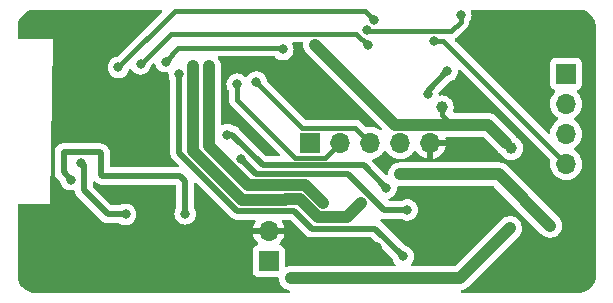
<source format=gbr>
G04 #@! TF.GenerationSoftware,KiCad,Pcbnew,(6.0.4)*
G04 #@! TF.CreationDate,2022-05-02T12:08:19+02:00*
G04 #@! TF.ProjectId,Support-Board-for-TS3008,53757070-6f72-4742-9d42-6f6172642d66,rev?*
G04 #@! TF.SameCoordinates,Original*
G04 #@! TF.FileFunction,Copper,L2,Bot*
G04 #@! TF.FilePolarity,Positive*
%FSLAX46Y46*%
G04 Gerber Fmt 4.6, Leading zero omitted, Abs format (unit mm)*
G04 Created by KiCad (PCBNEW (6.0.4)) date 2022-05-02 12:08:19*
%MOMM*%
%LPD*%
G01*
G04 APERTURE LIST*
G04 #@! TA.AperFunction,ComponentPad*
%ADD10R,1.700000X1.700000*%
G04 #@! TD*
G04 #@! TA.AperFunction,ComponentPad*
%ADD11O,1.700000X1.700000*%
G04 #@! TD*
G04 #@! TA.AperFunction,ViaPad*
%ADD12C,0.800000*%
G04 #@! TD*
G04 #@! TA.AperFunction,ViaPad*
%ADD13C,1.000000*%
G04 #@! TD*
G04 #@! TA.AperFunction,Conductor*
%ADD14C,0.400000*%
G04 #@! TD*
G04 #@! TA.AperFunction,Conductor*
%ADD15C,0.500000*%
G04 #@! TD*
G04 #@! TA.AperFunction,Conductor*
%ADD16C,1.000000*%
G04 #@! TD*
G04 APERTURE END LIST*
D10*
X121950000Y-65950000D03*
D11*
X121950000Y-68490000D03*
X121950000Y-71030000D03*
X121950000Y-73570000D03*
D10*
X100275000Y-71800000D03*
D11*
X102815000Y-71800000D03*
X105355000Y-71800000D03*
X107895000Y-71800000D03*
X110435000Y-71800000D03*
X96774000Y-79253000D03*
D10*
X96774000Y-81793000D03*
D12*
X112776000Y-79248000D03*
X108966000Y-78994000D03*
X110744000Y-78994000D03*
X122174000Y-78232000D03*
X121666000Y-76962000D03*
X122936000Y-83566000D03*
X120396000Y-83566000D03*
X118110000Y-83566000D03*
X115824000Y-83566000D03*
X83058000Y-69342000D03*
X81534000Y-67818000D03*
X86360000Y-72898000D03*
X84328000Y-72644000D03*
X83566000Y-71120000D03*
X81026000Y-70612000D03*
X79502000Y-69342000D03*
X79502000Y-67310000D03*
X90678000Y-83312000D03*
X90678000Y-82042000D03*
X80518000Y-82296000D03*
X85344000Y-82296000D03*
X105950000Y-80610000D03*
X107320000Y-78840000D03*
X87890000Y-67580000D03*
X94110000Y-66820000D03*
X95730000Y-66660000D03*
D13*
X111420000Y-68790000D03*
X117310000Y-72240000D03*
X100710000Y-63470000D03*
D12*
X110730000Y-63139500D03*
D13*
X120610000Y-78810000D03*
X107870000Y-74460000D03*
X100850000Y-67290000D03*
D12*
X105670000Y-61360000D03*
X105170000Y-63510000D03*
X97970000Y-63890000D03*
X88040000Y-64910000D03*
X84050000Y-65400000D03*
X85920000Y-65100000D03*
X113030000Y-60960000D03*
X105060332Y-62269668D03*
X79502000Y-65278000D03*
X94400000Y-73150000D03*
X93250000Y-71100000D03*
X108500000Y-77475000D03*
X106725000Y-75600000D03*
X110236000Y-67684989D03*
X111900000Y-65700000D03*
D13*
X98650000Y-83250000D03*
X117200000Y-79000000D03*
D12*
X94273930Y-65473930D03*
X89200000Y-66000000D03*
D13*
X91700000Y-65300000D03*
X90375030Y-65275030D03*
D12*
X80000000Y-74900000D03*
X89700000Y-77800000D03*
X80900000Y-73500000D03*
X84650000Y-77850000D03*
D13*
X104600000Y-76900000D03*
X101400000Y-76900000D03*
D12*
X108150000Y-81400000D03*
X112546250Y-80503750D03*
D14*
X113030000Y-60960000D02*
X113030000Y-61530000D01*
X105130664Y-62340000D02*
X105060332Y-62269668D01*
X113030000Y-61530000D02*
X112220000Y-62340000D01*
X112220000Y-62340000D02*
X105130664Y-62340000D01*
D15*
X110236000Y-67684989D02*
X110236000Y-67364000D01*
X110236000Y-67364000D02*
X111900000Y-65700000D01*
X93250000Y-71100000D02*
X93700000Y-71100000D01*
X93700000Y-71100000D02*
X96299031Y-73699031D01*
X96299031Y-73699031D02*
X104824031Y-73699031D01*
X104824031Y-73699031D02*
X106725000Y-75600000D01*
D16*
X112950000Y-83250000D02*
X117200000Y-79000000D01*
X98650000Y-83250000D02*
X112950000Y-83250000D01*
D14*
X94110000Y-66820000D02*
X94110000Y-68134022D01*
X94110000Y-68134022D02*
X99025489Y-73049511D01*
X99025489Y-73049511D02*
X101565489Y-73049511D01*
X101565489Y-73049511D02*
X102815000Y-71800000D01*
X95730000Y-66660000D02*
X99620489Y-70550489D01*
X99620489Y-70550489D02*
X104105489Y-70550489D01*
X104105489Y-70550489D02*
X105355000Y-71800000D01*
D16*
X107490489Y-70250489D02*
X112250489Y-70250489D01*
X112250489Y-70250489D02*
X115310489Y-70250489D01*
D14*
X111420000Y-68790000D02*
X111420000Y-69420000D01*
X111420000Y-69420000D02*
X112250489Y-70250489D01*
D16*
X115310489Y-70250489D02*
X116850000Y-71790000D01*
X100710000Y-63470000D02*
X107490489Y-70250489D01*
D14*
X97820000Y-63740000D02*
X89100000Y-63740000D01*
X97970000Y-63890000D02*
X97820000Y-63740000D01*
X89100000Y-63740000D02*
X88574490Y-64265510D01*
X88574490Y-64265510D02*
X88574490Y-64375510D01*
X110730000Y-63139500D02*
X111519500Y-63139500D01*
X111519500Y-63139500D02*
X121950000Y-73570000D01*
D16*
X107870000Y-74460000D02*
X116260000Y-74460000D01*
X116260000Y-74460000D02*
X120610000Y-78810000D01*
D14*
X84050000Y-65400000D02*
X88819511Y-60630489D01*
X88819511Y-60630489D02*
X104940489Y-60630489D01*
X104940489Y-60630489D02*
X105670000Y-61360000D01*
X105170000Y-63510000D02*
X104200000Y-62540000D01*
X104200000Y-62540000D02*
X88480000Y-62540000D01*
X88480000Y-62540000D02*
X85920000Y-65100000D01*
X88574490Y-64375510D02*
X88040000Y-64910000D01*
D15*
X108500000Y-77475000D02*
X106517824Y-77475000D01*
X106517824Y-77475000D02*
X103469264Y-74426440D01*
X97291535Y-74451440D02*
X95701440Y-74451440D01*
X103469264Y-74426440D02*
X97316535Y-74426440D01*
X95701440Y-74451440D02*
X94400000Y-73150000D01*
X97316535Y-74426440D02*
X97291535Y-74451440D01*
D16*
X101400000Y-76900000D02*
X99875959Y-75375960D01*
X91700000Y-72100000D02*
X91700000Y-65300000D01*
X99875959Y-75375960D02*
X97709839Y-75375960D01*
X97709839Y-75375960D02*
X97684839Y-75400960D01*
X97684839Y-75400960D02*
X95000960Y-75400960D01*
X95000960Y-75400960D02*
X91700000Y-72100000D01*
X104600000Y-76900000D02*
X103400480Y-78099520D01*
X99379102Y-76575480D02*
X98206696Y-76575480D01*
X103400480Y-78099520D02*
X100903142Y-78099520D01*
X100903142Y-78099520D02*
X99379102Y-76575480D01*
X98206696Y-76575480D02*
X98181696Y-76600480D01*
X98181696Y-76600480D02*
X94504102Y-76600480D01*
X94504102Y-76600480D02*
X90375030Y-72471408D01*
X90375030Y-72471408D02*
X90375030Y-65275030D01*
D15*
X108150000Y-81400000D02*
X105799040Y-79049040D01*
X98925000Y-77525000D02*
X98600000Y-77525000D01*
X105799040Y-79049040D02*
X100449040Y-79049040D01*
X100449040Y-79049040D02*
X98925000Y-77525000D01*
X98600000Y-77525000D02*
X98575000Y-77550000D01*
X94110798Y-77550000D02*
X89200000Y-72639202D01*
X98575000Y-77550000D02*
X94110798Y-77550000D01*
X89200000Y-72639202D02*
X89200000Y-66000000D01*
X82600000Y-74500000D02*
X82700000Y-74600000D01*
X89700000Y-75000000D02*
X89700000Y-77800000D01*
X82500000Y-72600000D02*
X82600000Y-72700000D01*
X82600000Y-72700000D02*
X82600000Y-74500000D01*
X82700000Y-74600000D02*
X89300000Y-74600000D01*
X79400000Y-72600000D02*
X82500000Y-72600000D01*
X79400000Y-74300000D02*
X79400000Y-72600000D01*
X89300000Y-74600000D02*
X89700000Y-75000000D01*
X80900000Y-73500000D02*
X81105954Y-73705954D01*
X83150000Y-77850000D02*
X84650000Y-77850000D01*
X81105954Y-73705954D02*
X81105954Y-75805954D01*
X81105954Y-75805954D02*
X83150000Y-77850000D01*
X79400000Y-74300000D02*
X80000000Y-74900000D01*
G04 #@! TA.AperFunction,Conductor*
G36*
X122970018Y-60510000D02*
G01*
X122984851Y-60512310D01*
X122984855Y-60512310D01*
X122993724Y-60513691D01*
X123008981Y-60511696D01*
X123034302Y-60510953D01*
X123203285Y-60523039D01*
X123221064Y-60525596D01*
X123411392Y-60566999D01*
X123428641Y-60572063D01*
X123611150Y-60640136D01*
X123627502Y-60647604D01*
X123798458Y-60740952D01*
X123813582Y-60750672D01*
X123969514Y-60867402D01*
X123983100Y-60879175D01*
X124120825Y-61016900D01*
X124132598Y-61030486D01*
X124249328Y-61186418D01*
X124259048Y-61201542D01*
X124352396Y-61372498D01*
X124359864Y-61388850D01*
X124427937Y-61571359D01*
X124433001Y-61588607D01*
X124474404Y-61778936D01*
X124476961Y-61796715D01*
X124488540Y-61958601D01*
X124487793Y-61976565D01*
X124487692Y-61984845D01*
X124486309Y-61993724D01*
X124488136Y-62007693D01*
X124490436Y-62025283D01*
X124491500Y-62041621D01*
X124491500Y-82950633D01*
X124490000Y-82970018D01*
X124487690Y-82984851D01*
X124487690Y-82984855D01*
X124486309Y-82993724D01*
X124488136Y-83007693D01*
X124488304Y-83008976D01*
X124489047Y-83034302D01*
X124479235Y-83171502D01*
X124476962Y-83203279D01*
X124474404Y-83221064D01*
X124448912Y-83338250D01*
X124433001Y-83411392D01*
X124427937Y-83428641D01*
X124359864Y-83611150D01*
X124352396Y-83627502D01*
X124259048Y-83798458D01*
X124249328Y-83813582D01*
X124132598Y-83969514D01*
X124120825Y-83983100D01*
X123983100Y-84120825D01*
X123969514Y-84132598D01*
X123813582Y-84249328D01*
X123798458Y-84259048D01*
X123627502Y-84352396D01*
X123611150Y-84359864D01*
X123428641Y-84427937D01*
X123411393Y-84433001D01*
X123221064Y-84474404D01*
X123203285Y-84476961D01*
X123041395Y-84488540D01*
X123023435Y-84487793D01*
X123015155Y-84487692D01*
X123006276Y-84486309D01*
X122974714Y-84490436D01*
X122958379Y-84491500D01*
X113179221Y-84491500D01*
X113111100Y-84471498D01*
X113064607Y-84417842D01*
X113054503Y-84347568D01*
X113083997Y-84282988D01*
X113143723Y-84244604D01*
X113145209Y-84244239D01*
X113146833Y-84244080D01*
X113235834Y-84217209D01*
X113236967Y-84216874D01*
X113320414Y-84192630D01*
X113320418Y-84192628D01*
X113326336Y-84190909D01*
X113331068Y-84188456D01*
X113336169Y-84186916D01*
X113346481Y-84181433D01*
X113418260Y-84143269D01*
X113419426Y-84142657D01*
X113496453Y-84102729D01*
X113501926Y-84099892D01*
X113506089Y-84096569D01*
X113510796Y-84094066D01*
X113582918Y-84035245D01*
X113583774Y-84034554D01*
X113622973Y-84003262D01*
X113625477Y-84000758D01*
X113626195Y-84000116D01*
X113630528Y-83996415D01*
X113664062Y-83969065D01*
X113669094Y-83962983D01*
X113693287Y-83933738D01*
X113701277Y-83924958D01*
X117863797Y-79762437D01*
X117875309Y-79752251D01*
X117898847Y-79733861D01*
X117936687Y-79690023D01*
X117942959Y-79683275D01*
X117948309Y-79677925D01*
X117970559Y-79650838D01*
X117972477Y-79648559D01*
X118028078Y-79584145D01*
X118031124Y-79578783D01*
X118034674Y-79573751D01*
X118034930Y-79573932D01*
X118035023Y-79573796D01*
X118034763Y-79573622D01*
X118038190Y-79568503D01*
X118042103Y-79563739D01*
X118082280Y-79488808D01*
X118083765Y-79486119D01*
X118122725Y-79417537D01*
X118125769Y-79412179D01*
X118127714Y-79406331D01*
X118130220Y-79400704D01*
X118130505Y-79400831D01*
X118130571Y-79400678D01*
X118130283Y-79400558D01*
X118132653Y-79394865D01*
X118135563Y-79389437D01*
X118137365Y-79383544D01*
X118160421Y-79308133D01*
X118161356Y-79305202D01*
X118186252Y-79230361D01*
X118186253Y-79230358D01*
X118188197Y-79224513D01*
X118188970Y-79218396D01*
X118190333Y-79212394D01*
X118190638Y-79212463D01*
X118190673Y-79212299D01*
X118190368Y-79212237D01*
X118191587Y-79206194D01*
X118193388Y-79200302D01*
X118201983Y-79115680D01*
X118202332Y-79112620D01*
X118203654Y-79102158D01*
X118212985Y-79028295D01*
X118213324Y-79004032D01*
X118213374Y-79003537D01*
X118213336Y-79003137D01*
X118213380Y-79000000D01*
X118203919Y-78903506D01*
X118200811Y-78870626D01*
X118195317Y-78812505D01*
X118195316Y-78812501D01*
X118194762Y-78806638D01*
X118194253Y-78804930D01*
X118194080Y-78803167D01*
X118167817Y-78716179D01*
X118166209Y-78710854D01*
X118166082Y-78710432D01*
X118139954Y-78622785D01*
X118139952Y-78622781D01*
X118138260Y-78617104D01*
X118137427Y-78615525D01*
X118136916Y-78613831D01*
X118134082Y-78608500D01*
X118093181Y-78531577D01*
X118091397Y-78528222D01*
X118078067Y-78502940D01*
X118048760Y-78447353D01*
X118048758Y-78447350D01*
X118046018Y-78442153D01*
X118044900Y-78440772D01*
X118044066Y-78439204D01*
X117982701Y-78363963D01*
X117974085Y-78353323D01*
X117925271Y-78293042D01*
X117925265Y-78293036D01*
X117921553Y-78288452D01*
X117920187Y-78287314D01*
X117919065Y-78285938D01*
X117907188Y-78276112D01*
X117844382Y-78224154D01*
X117844045Y-78223874D01*
X117774110Y-78165607D01*
X117774109Y-78165606D01*
X117769604Y-78161853D01*
X117768044Y-78161002D01*
X117766675Y-78159870D01*
X117761515Y-78157080D01*
X117761512Y-78157078D01*
X117681330Y-78113724D01*
X117680943Y-78113513D01*
X117678100Y-78111963D01*
X117595960Y-78067178D01*
X117594261Y-78066646D01*
X117592701Y-78065802D01*
X117500041Y-78037119D01*
X117407232Y-78008035D01*
X117405464Y-78007843D01*
X117403768Y-78007318D01*
X117397917Y-78006703D01*
X117397912Y-78006702D01*
X117307475Y-77997197D01*
X117307038Y-77997150D01*
X117216459Y-77987310D01*
X117216457Y-77987310D01*
X117210612Y-77986675D01*
X117208838Y-77986830D01*
X117207075Y-77986645D01*
X117134248Y-77993273D01*
X117110954Y-77995393D01*
X117110515Y-77995433D01*
X117013587Y-78003913D01*
X117011879Y-78004409D01*
X117010112Y-78004570D01*
X117004473Y-78006230D01*
X117004471Y-78006230D01*
X116916943Y-78031991D01*
X116916796Y-78032034D01*
X116823664Y-78059091D01*
X116822089Y-78059907D01*
X116820381Y-78060410D01*
X116815174Y-78063132D01*
X116815172Y-78063133D01*
X116734386Y-78105367D01*
X116734092Y-78105520D01*
X116648074Y-78150108D01*
X116646686Y-78151216D01*
X116645110Y-78152040D01*
X116569356Y-78212948D01*
X116529773Y-78244546D01*
X116529767Y-78244552D01*
X116527028Y-78246738D01*
X116526113Y-78247653D01*
X116524691Y-78248859D01*
X116495783Y-78272102D01*
X116490975Y-78275968D01*
X116463166Y-78309109D01*
X116458928Y-78314160D01*
X116451502Y-78322264D01*
X112569171Y-82204595D01*
X112506859Y-82238621D01*
X112480076Y-82241500D01*
X108897817Y-82241500D01*
X108829696Y-82221498D01*
X108783203Y-82167842D01*
X108773099Y-82097568D01*
X108804181Y-82031190D01*
X108884621Y-81941852D01*
X108884622Y-81941851D01*
X108889040Y-81936944D01*
X108984527Y-81771556D01*
X109043542Y-81589928D01*
X109063504Y-81400000D01*
X109043542Y-81210072D01*
X108984527Y-81028444D01*
X108889040Y-80863056D01*
X108761253Y-80721134D01*
X108606752Y-80608882D01*
X108600724Y-80606198D01*
X108600722Y-80606197D01*
X108438319Y-80533891D01*
X108438318Y-80533891D01*
X108432288Y-80531206D01*
X108425833Y-80529834D01*
X108425824Y-80529831D01*
X108369228Y-80517801D01*
X108306331Y-80483650D01*
X106382810Y-78560129D01*
X106370424Y-78545717D01*
X106361891Y-78534122D01*
X106361886Y-78534117D01*
X106357548Y-78528222D01*
X106351970Y-78523483D01*
X106351967Y-78523480D01*
X106317272Y-78494005D01*
X106309756Y-78487075D01*
X106304061Y-78481380D01*
X106294676Y-78473955D01*
X106281789Y-78463759D01*
X106278386Y-78460969D01*
X106248712Y-78435759D01*
X106209747Y-78376410D01*
X106209054Y-78305417D01*
X106246853Y-78245319D01*
X106311143Y-78215197D01*
X106360238Y-78217345D01*
X106417976Y-78231473D01*
X106417982Y-78231474D01*
X106423434Y-78232808D01*
X106429036Y-78233156D01*
X106429039Y-78233156D01*
X106434588Y-78233500D01*
X106434586Y-78233536D01*
X106438579Y-78233775D01*
X106442771Y-78234149D01*
X106449939Y-78235640D01*
X106527344Y-78233546D01*
X106530752Y-78233500D01*
X107957413Y-78233500D01*
X108031472Y-78257563D01*
X108037902Y-78262235D01*
X108037909Y-78262239D01*
X108043248Y-78266118D01*
X108049276Y-78268802D01*
X108049278Y-78268803D01*
X108211681Y-78341109D01*
X108217712Y-78343794D01*
X108311112Y-78363647D01*
X108398056Y-78382128D01*
X108398061Y-78382128D01*
X108404513Y-78383500D01*
X108595487Y-78383500D01*
X108601939Y-78382128D01*
X108601944Y-78382128D01*
X108688888Y-78363647D01*
X108782288Y-78343794D01*
X108788319Y-78341109D01*
X108950722Y-78268803D01*
X108950724Y-78268802D01*
X108956752Y-78266118D01*
X108962097Y-78262235D01*
X109026838Y-78215197D01*
X109111253Y-78153866D01*
X109117788Y-78146608D01*
X109234621Y-78016852D01*
X109234622Y-78016851D01*
X109239040Y-78011944D01*
X109334527Y-77846556D01*
X109393542Y-77664928D01*
X109399968Y-77603794D01*
X109412814Y-77481565D01*
X109413504Y-77475000D01*
X109396483Y-77313056D01*
X109394232Y-77291635D01*
X109394232Y-77291633D01*
X109393542Y-77285072D01*
X109334527Y-77103444D01*
X109325611Y-77088000D01*
X109263953Y-76981206D01*
X109239040Y-76938056D01*
X109215215Y-76911595D01*
X109115675Y-76801045D01*
X109115674Y-76801044D01*
X109111253Y-76796134D01*
X108983611Y-76703396D01*
X108962094Y-76687763D01*
X108962093Y-76687762D01*
X108956752Y-76683882D01*
X108950724Y-76681198D01*
X108950722Y-76681197D01*
X108788319Y-76608891D01*
X108788318Y-76608891D01*
X108782288Y-76606206D01*
X108688888Y-76586353D01*
X108601944Y-76567872D01*
X108601939Y-76567872D01*
X108595487Y-76566500D01*
X108404513Y-76566500D01*
X108398061Y-76567872D01*
X108398056Y-76567872D01*
X108311112Y-76586353D01*
X108217712Y-76606206D01*
X108211682Y-76608891D01*
X108211681Y-76608891D01*
X108049278Y-76681197D01*
X108049276Y-76681198D01*
X108043248Y-76683882D01*
X108037909Y-76687761D01*
X108037902Y-76687765D01*
X108031472Y-76692437D01*
X107957413Y-76716500D01*
X107038228Y-76716500D01*
X106970107Y-76696498D01*
X106923614Y-76642842D01*
X106913510Y-76572568D01*
X106943004Y-76507988D01*
X106999291Y-76470667D01*
X107000832Y-76470166D01*
X107007288Y-76468794D01*
X107013319Y-76466109D01*
X107175722Y-76393803D01*
X107175724Y-76393802D01*
X107181752Y-76391118D01*
X107336253Y-76278866D01*
X107346806Y-76267146D01*
X107459621Y-76141852D01*
X107459622Y-76141851D01*
X107464040Y-76136944D01*
X107559527Y-75971556D01*
X107618542Y-75789928D01*
X107621046Y-75766109D01*
X107637814Y-75606565D01*
X107638504Y-75600000D01*
X107637814Y-75593435D01*
X107637814Y-75589919D01*
X107657816Y-75521798D01*
X107711472Y-75475305D01*
X107778734Y-75464806D01*
X107842657Y-75472429D01*
X107842665Y-75472429D01*
X107848777Y-75473158D01*
X107854912Y-75472686D01*
X107854914Y-75472686D01*
X107904489Y-75468871D01*
X107914156Y-75468500D01*
X115790075Y-75468500D01*
X115858196Y-75488502D01*
X115879170Y-75505405D01*
X119850352Y-79476586D01*
X119860003Y-79487417D01*
X119881035Y-79513953D01*
X119885728Y-79517947D01*
X119885729Y-79517948D01*
X119922066Y-79548873D01*
X119929498Y-79555732D01*
X119932075Y-79558309D01*
X119951908Y-79574600D01*
X119962186Y-79583043D01*
X119963872Y-79584453D01*
X120031650Y-79642136D01*
X120037022Y-79645139D01*
X120037815Y-79645690D01*
X120038232Y-79646005D01*
X120038329Y-79646070D01*
X120040128Y-79647297D01*
X120040256Y-79647386D01*
X120040720Y-79647670D01*
X120041496Y-79648190D01*
X120046261Y-79652103D01*
X120051690Y-79655014D01*
X120051696Y-79655018D01*
X120124673Y-79694148D01*
X120126602Y-79695204D01*
X120198907Y-79735614D01*
X120198913Y-79735617D01*
X120204294Y-79738624D01*
X120210163Y-79740531D01*
X120211030Y-79740910D01*
X120211509Y-79741143D01*
X120211562Y-79741165D01*
X120213574Y-79742022D01*
X120213752Y-79742100D01*
X120214272Y-79742292D01*
X120215129Y-79742649D01*
X120220563Y-79745562D01*
X120226457Y-79747364D01*
X120305624Y-79771568D01*
X120307719Y-79772229D01*
X120386528Y-79797835D01*
X120386531Y-79797836D01*
X120392392Y-79799740D01*
X120398512Y-79800470D01*
X120399419Y-79800669D01*
X120399931Y-79800803D01*
X120400058Y-79800829D01*
X120402252Y-79801291D01*
X120402376Y-79801318D01*
X120402891Y-79801401D01*
X120403807Y-79801586D01*
X120409698Y-79803387D01*
X120415827Y-79804010D01*
X120415829Y-79804010D01*
X120498213Y-79812379D01*
X120500397Y-79812620D01*
X120573106Y-79821289D01*
X120588777Y-79823158D01*
X120594913Y-79822686D01*
X120595868Y-79822706D01*
X120596388Y-79822738D01*
X120596495Y-79822738D01*
X120598708Y-79822765D01*
X120598856Y-79822768D01*
X120599401Y-79822748D01*
X120600329Y-79822751D01*
X120606462Y-79823374D01*
X120695063Y-79814999D01*
X120697225Y-79814813D01*
X120725728Y-79812620D01*
X120779827Y-79808457D01*
X120779828Y-79808457D01*
X120785972Y-79807984D01*
X120791911Y-79806326D01*
X120792836Y-79806163D01*
X120793386Y-79806089D01*
X120793503Y-79806066D01*
X120795638Y-79805670D01*
X120795771Y-79805646D01*
X120796302Y-79805521D01*
X120797226Y-79805341D01*
X120803362Y-79804761D01*
X120816639Y-79800803D01*
X120888685Y-79779326D01*
X120890796Y-79778717D01*
X120970525Y-79756456D01*
X120970526Y-79756456D01*
X120976463Y-79754798D01*
X120981964Y-79752019D01*
X120982839Y-79751680D01*
X120983350Y-79751505D01*
X120983477Y-79751453D01*
X120985528Y-79750637D01*
X120985641Y-79750593D01*
X120986118Y-79750376D01*
X120986994Y-79750019D01*
X120992896Y-79748259D01*
X121071607Y-79706759D01*
X121073554Y-79705754D01*
X121147505Y-79668399D01*
X121147507Y-79668398D01*
X121152996Y-79665625D01*
X121157845Y-79661837D01*
X121158655Y-79661323D01*
X121159112Y-79661058D01*
X121159220Y-79660987D01*
X121161029Y-79659817D01*
X121161161Y-79659733D01*
X121161607Y-79659413D01*
X121162402Y-79658889D01*
X121167846Y-79656018D01*
X121223432Y-79611005D01*
X121236980Y-79600034D01*
X121238702Y-79598664D01*
X121303991Y-79547655D01*
X121303992Y-79547654D01*
X121308847Y-79543861D01*
X121312874Y-79539196D01*
X121313552Y-79538550D01*
X121313956Y-79538195D01*
X121314035Y-79538117D01*
X121315617Y-79536583D01*
X121315723Y-79536482D01*
X121316092Y-79536088D01*
X121316759Y-79535430D01*
X121321547Y-79531553D01*
X121378494Y-79463202D01*
X121379908Y-79461535D01*
X121438078Y-79394145D01*
X121441118Y-79388793D01*
X121441676Y-79388003D01*
X121441988Y-79387596D01*
X121442052Y-79387502D01*
X121443272Y-79385741D01*
X121443384Y-79385582D01*
X121443681Y-79385105D01*
X121444203Y-79384336D01*
X121448146Y-79379604D01*
X121451092Y-79374202D01*
X121451096Y-79374195D01*
X121490756Y-79301453D01*
X121491780Y-79299613D01*
X121535769Y-79222179D01*
X121537715Y-79216330D01*
X121538094Y-79215478D01*
X121538338Y-79214985D01*
X121538395Y-79214850D01*
X121539263Y-79212854D01*
X121539310Y-79212748D01*
X121539504Y-79212235D01*
X121539869Y-79211376D01*
X121542822Y-79205959D01*
X121569426Y-79121066D01*
X121570101Y-79118974D01*
X121596255Y-79040352D01*
X121596256Y-79040349D01*
X121598197Y-79034513D01*
X121598968Y-79028408D01*
X121599180Y-79027477D01*
X121599317Y-79026969D01*
X121599339Y-79026863D01*
X121599811Y-79024695D01*
X121599842Y-79024558D01*
X121599930Y-79024034D01*
X121600123Y-79023112D01*
X121601965Y-79017232D01*
X121611579Y-78928729D01*
X121611833Y-78926568D01*
X121622543Y-78841794D01*
X121622543Y-78841793D01*
X121622985Y-78838295D01*
X121623218Y-78821585D01*
X121623324Y-78820612D01*
X121623245Y-78819704D01*
X121623380Y-78810000D01*
X121620221Y-78777783D01*
X121614310Y-78717492D01*
X121614189Y-78716179D01*
X121606625Y-78629728D01*
X121606624Y-78629721D01*
X121606087Y-78623587D01*
X121604600Y-78618468D01*
X121604080Y-78613167D01*
X121577209Y-78524166D01*
X121576874Y-78523033D01*
X121552630Y-78439586D01*
X121552628Y-78439582D01*
X121550909Y-78433664D01*
X121548456Y-78428932D01*
X121546916Y-78423831D01*
X121529913Y-78391852D01*
X121503269Y-78341740D01*
X121502657Y-78340574D01*
X121462729Y-78263547D01*
X121459892Y-78258074D01*
X121456569Y-78253911D01*
X121454066Y-78249204D01*
X121395245Y-78177082D01*
X121394554Y-78176226D01*
X121363262Y-78137027D01*
X121360758Y-78134523D01*
X121360116Y-78133805D01*
X121356415Y-78129472D01*
X121329065Y-78095938D01*
X121319810Y-78088281D01*
X121293738Y-78066713D01*
X121284958Y-78058723D01*
X117016855Y-73790621D01*
X117007753Y-73780478D01*
X116987897Y-73755782D01*
X116984032Y-73750975D01*
X116945578Y-73718708D01*
X116941931Y-73715528D01*
X116940119Y-73713885D01*
X116937925Y-73711691D01*
X116904651Y-73684358D01*
X116903853Y-73683696D01*
X116832526Y-73623846D01*
X116827856Y-73621278D01*
X116823739Y-73617897D01*
X116741914Y-73574023D01*
X116740755Y-73573394D01*
X116664619Y-73531538D01*
X116664611Y-73531535D01*
X116659213Y-73528567D01*
X116654131Y-73526955D01*
X116649437Y-73524438D01*
X116560469Y-73497238D01*
X116559441Y-73496918D01*
X116470694Y-73468765D01*
X116465398Y-73468171D01*
X116460302Y-73466613D01*
X116367743Y-73457210D01*
X116366607Y-73457089D01*
X116332992Y-73453319D01*
X116320270Y-73451892D01*
X116320266Y-73451892D01*
X116316773Y-73451500D01*
X116313246Y-73451500D01*
X116312261Y-73451445D01*
X116306581Y-73450998D01*
X116277175Y-73448011D01*
X116269663Y-73447248D01*
X116269661Y-73447248D01*
X116263538Y-73446626D01*
X116221259Y-73450623D01*
X116217891Y-73450941D01*
X116206033Y-73451500D01*
X107929873Y-73451500D01*
X107916703Y-73450810D01*
X107883204Y-73447289D01*
X107883202Y-73447289D01*
X107877075Y-73446645D01*
X107826827Y-73451218D01*
X107822793Y-73451500D01*
X107820231Y-73451500D01*
X107817173Y-73451800D01*
X107817169Y-73451800D01*
X107775404Y-73455895D01*
X107774529Y-73455977D01*
X107762432Y-73457078D01*
X107680112Y-73464570D01*
X107676703Y-73465573D01*
X107673167Y-73465920D01*
X107582279Y-73493361D01*
X107581610Y-73493561D01*
X107490381Y-73520410D01*
X107487228Y-73522058D01*
X107483831Y-73523084D01*
X107478401Y-73525971D01*
X107478399Y-73525972D01*
X107472650Y-73529029D01*
X107399899Y-73567711D01*
X107399319Y-73568016D01*
X107315110Y-73612040D01*
X107312342Y-73614265D01*
X107309204Y-73615934D01*
X107304426Y-73619831D01*
X107235628Y-73675941D01*
X107234944Y-73676494D01*
X107165782Y-73732102D01*
X107165776Y-73732108D01*
X107160975Y-73735968D01*
X107158692Y-73738689D01*
X107155938Y-73740935D01*
X107152011Y-73745682D01*
X107152009Y-73745684D01*
X107095441Y-73814064D01*
X107094935Y-73814671D01*
X107033846Y-73887474D01*
X107032134Y-73890589D01*
X107029870Y-73893325D01*
X107026939Y-73898746D01*
X106984700Y-73976865D01*
X106984298Y-73977603D01*
X106938567Y-74060787D01*
X106937494Y-74064170D01*
X106935802Y-74067299D01*
X106907725Y-74158002D01*
X106907462Y-74158842D01*
X106880937Y-74242460D01*
X106878765Y-74249306D01*
X106878369Y-74252837D01*
X106877318Y-74256232D01*
X106872565Y-74301456D01*
X106867397Y-74350625D01*
X106867302Y-74351496D01*
X106864402Y-74377357D01*
X106836933Y-74442825D01*
X106778431Y-74483049D01*
X106707469Y-74485258D01*
X106650092Y-74452411D01*
X105547418Y-73349737D01*
X105513392Y-73287425D01*
X105518457Y-73216610D01*
X105561004Y-73159774D01*
X105620501Y-73135664D01*
X105633279Y-73134027D01*
X105633290Y-73134025D01*
X105638416Y-73133368D01*
X105643366Y-73131883D01*
X105847429Y-73070661D01*
X105847434Y-73070659D01*
X105852384Y-73069174D01*
X106052994Y-72970896D01*
X106234860Y-72841173D01*
X106257328Y-72818784D01*
X106341812Y-72734594D01*
X106393096Y-72683489D01*
X106398884Y-72675435D01*
X106523453Y-72502077D01*
X106524776Y-72503028D01*
X106571645Y-72459857D01*
X106641580Y-72447625D01*
X106707026Y-72475144D01*
X106734875Y-72506994D01*
X106794987Y-72605088D01*
X106941250Y-72773938D01*
X107113126Y-72916632D01*
X107306000Y-73029338D01*
X107310825Y-73031180D01*
X107310826Y-73031181D01*
X107383612Y-73058975D01*
X107514692Y-73109030D01*
X107519760Y-73110061D01*
X107519763Y-73110062D01*
X107613112Y-73129054D01*
X107733597Y-73153567D01*
X107738772Y-73153757D01*
X107738774Y-73153757D01*
X107951673Y-73161564D01*
X107951677Y-73161564D01*
X107956837Y-73161753D01*
X107961957Y-73161097D01*
X107961959Y-73161097D01*
X108173288Y-73134025D01*
X108173289Y-73134025D01*
X108178416Y-73133368D01*
X108183366Y-73131883D01*
X108387429Y-73070661D01*
X108387434Y-73070659D01*
X108392384Y-73069174D01*
X108592994Y-72970896D01*
X108774860Y-72841173D01*
X108797328Y-72818784D01*
X108881812Y-72734594D01*
X108933096Y-72683489D01*
X108938884Y-72675435D01*
X109063453Y-72502077D01*
X109064640Y-72502930D01*
X109111960Y-72459362D01*
X109181897Y-72447145D01*
X109247338Y-72474678D01*
X109275166Y-72506511D01*
X109332694Y-72600388D01*
X109338777Y-72608699D01*
X109478213Y-72769667D01*
X109485580Y-72776883D01*
X109649434Y-72912916D01*
X109657881Y-72918831D01*
X109841756Y-73026279D01*
X109851042Y-73030729D01*
X110050001Y-73106703D01*
X110059899Y-73109579D01*
X110163250Y-73130606D01*
X110177299Y-73129410D01*
X110181000Y-73119065D01*
X110181000Y-73118517D01*
X110689000Y-73118517D01*
X110693064Y-73132359D01*
X110706478Y-73134393D01*
X110713184Y-73133534D01*
X110723262Y-73131392D01*
X110927255Y-73070191D01*
X110936842Y-73066433D01*
X111128095Y-72972739D01*
X111136945Y-72967464D01*
X111310328Y-72843792D01*
X111318200Y-72837139D01*
X111469052Y-72686812D01*
X111475730Y-72678965D01*
X111600003Y-72506020D01*
X111605313Y-72497183D01*
X111699670Y-72306267D01*
X111703469Y-72296672D01*
X111765377Y-72092910D01*
X111767555Y-72082837D01*
X111768986Y-72071962D01*
X111766775Y-72057778D01*
X111753617Y-72054000D01*
X110707115Y-72054000D01*
X110691876Y-72058475D01*
X110690671Y-72059865D01*
X110689000Y-72067548D01*
X110689000Y-73118517D01*
X110181000Y-73118517D01*
X110181000Y-71672000D01*
X110201002Y-71603879D01*
X110254658Y-71557386D01*
X110307000Y-71546000D01*
X111753344Y-71546000D01*
X111766875Y-71542027D01*
X111768180Y-71532947D01*
X111738726Y-71415685D01*
X111741530Y-71344743D01*
X111782243Y-71286580D01*
X111847938Y-71259661D01*
X111860930Y-71258989D01*
X114840564Y-71258989D01*
X114908685Y-71278991D01*
X114929659Y-71295894D01*
X115550903Y-71917137D01*
X116172075Y-72538309D01*
X116286261Y-72632102D01*
X116357541Y-72670322D01*
X116377724Y-72681144D01*
X116430247Y-72734591D01*
X116458187Y-72788956D01*
X116581035Y-72943953D01*
X116585728Y-72947947D01*
X116585729Y-72947948D01*
X116698607Y-73044014D01*
X116731650Y-73072136D01*
X116904294Y-73168624D01*
X117092392Y-73229740D01*
X117288777Y-73253158D01*
X117294912Y-73252686D01*
X117294914Y-73252686D01*
X117479830Y-73238457D01*
X117479834Y-73238456D01*
X117485972Y-73237984D01*
X117676463Y-73184798D01*
X117681967Y-73182018D01*
X117681969Y-73182017D01*
X117847495Y-73098404D01*
X117847497Y-73098403D01*
X117852996Y-73095625D01*
X118008847Y-72973861D01*
X118123380Y-72841173D01*
X118134049Y-72828813D01*
X118134050Y-72828811D01*
X118138078Y-72824145D01*
X118235769Y-72652179D01*
X118298197Y-72464513D01*
X118322985Y-72268295D01*
X118323380Y-72240000D01*
X118304080Y-72043167D01*
X118302266Y-72037157D01*
X118270798Y-71932933D01*
X118246916Y-71853831D01*
X118154066Y-71679204D01*
X118071005Y-71577361D01*
X118032960Y-71530713D01*
X118032957Y-71530710D01*
X118029065Y-71525938D01*
X118024316Y-71522009D01*
X117881425Y-71403799D01*
X117881421Y-71403797D01*
X117876675Y-71399870D01*
X117871250Y-71396937D01*
X117871246Y-71396934D01*
X117781673Y-71348501D01*
X117729737Y-71295651D01*
X117721101Y-71278991D01*
X117699892Y-71238074D01*
X117634246Y-71155840D01*
X117605458Y-71119777D01*
X117605451Y-71119770D01*
X117603262Y-71117027D01*
X116067344Y-69581110D01*
X116058242Y-69570967D01*
X116038386Y-69546271D01*
X116034521Y-69541464D01*
X115996067Y-69509197D01*
X115992420Y-69506017D01*
X115990608Y-69504374D01*
X115988414Y-69502180D01*
X115955140Y-69474847D01*
X115954342Y-69474185D01*
X115883015Y-69414335D01*
X115878345Y-69411767D01*
X115874228Y-69408386D01*
X115809145Y-69373489D01*
X115792403Y-69364512D01*
X115791244Y-69363883D01*
X115715108Y-69322027D01*
X115715100Y-69322024D01*
X115709702Y-69319056D01*
X115704620Y-69317444D01*
X115699926Y-69314927D01*
X115610958Y-69287727D01*
X115609930Y-69287407D01*
X115521183Y-69259254D01*
X115515887Y-69258660D01*
X115510791Y-69257102D01*
X115418232Y-69247699D01*
X115417096Y-69247578D01*
X115383481Y-69243808D01*
X115370759Y-69242381D01*
X115370755Y-69242381D01*
X115367262Y-69241989D01*
X115363735Y-69241989D01*
X115362750Y-69241934D01*
X115357070Y-69241487D01*
X115327664Y-69238500D01*
X115320152Y-69237737D01*
X115320150Y-69237737D01*
X115314027Y-69237115D01*
X115274855Y-69240818D01*
X115268380Y-69241430D01*
X115256522Y-69241989D01*
X112507229Y-69241989D01*
X112439108Y-69221987D01*
X112392615Y-69168331D01*
X112382511Y-69098057D01*
X112387671Y-69076218D01*
X112406249Y-69020369D01*
X112408197Y-69014513D01*
X112432985Y-68818295D01*
X112433380Y-68790000D01*
X112414080Y-68593167D01*
X112404039Y-68559908D01*
X112373141Y-68457570D01*
X112356916Y-68403831D01*
X112264066Y-68229204D01*
X112166354Y-68109397D01*
X112142960Y-68080713D01*
X112142957Y-68080710D01*
X112139065Y-68075938D01*
X112076642Y-68024297D01*
X111991425Y-67953799D01*
X111991421Y-67953797D01*
X111986675Y-67949870D01*
X111812701Y-67855802D01*
X111623768Y-67797318D01*
X111617643Y-67796674D01*
X111617642Y-67796674D01*
X111433204Y-67777289D01*
X111433202Y-67777289D01*
X111427075Y-67776645D01*
X111285417Y-67789537D01*
X111215765Y-67775792D01*
X111164600Y-67726571D01*
X111148688Y-67677225D01*
X111140397Y-67598333D01*
X111153170Y-67528495D01*
X111176612Y-67496069D01*
X112056331Y-66616350D01*
X112119228Y-66582199D01*
X112175824Y-66570169D01*
X112175833Y-66570166D01*
X112182288Y-66568794D01*
X112188319Y-66566109D01*
X112350722Y-66493803D01*
X112350724Y-66493802D01*
X112356752Y-66491118D01*
X112376684Y-66476637D01*
X112423364Y-66442721D01*
X112511253Y-66378866D01*
X112523494Y-66365271D01*
X112634621Y-66241852D01*
X112634622Y-66241851D01*
X112639040Y-66236944D01*
X112734527Y-66071556D01*
X112793542Y-65889928D01*
X112801050Y-65818500D01*
X112811050Y-65723349D01*
X112838063Y-65657693D01*
X112896285Y-65617063D01*
X112967230Y-65614360D01*
X113025455Y-65647425D01*
X120577252Y-73199222D01*
X120611278Y-73261534D01*
X120611914Y-73311235D01*
X120610989Y-73314570D01*
X120587251Y-73536695D01*
X120587548Y-73541848D01*
X120587548Y-73541851D01*
X120595724Y-73683652D01*
X120600110Y-73759715D01*
X120601247Y-73764761D01*
X120601248Y-73764767D01*
X120618299Y-73840424D01*
X120649222Y-73977639D01*
X120733266Y-74184616D01*
X120735965Y-74189020D01*
X120835279Y-74351086D01*
X120849987Y-74375088D01*
X120996250Y-74543938D01*
X121168126Y-74686632D01*
X121361000Y-74799338D01*
X121569692Y-74879030D01*
X121574760Y-74880061D01*
X121574763Y-74880062D01*
X121682017Y-74901883D01*
X121788597Y-74923567D01*
X121793772Y-74923757D01*
X121793774Y-74923757D01*
X122006673Y-74931564D01*
X122006677Y-74931564D01*
X122011837Y-74931753D01*
X122016957Y-74931097D01*
X122016959Y-74931097D01*
X122228288Y-74904025D01*
X122228289Y-74904025D01*
X122233416Y-74903368D01*
X122238366Y-74901883D01*
X122442429Y-74840661D01*
X122442434Y-74840659D01*
X122447384Y-74839174D01*
X122647994Y-74740896D01*
X122829860Y-74611173D01*
X122988096Y-74453489D01*
X122993585Y-74445851D01*
X123115435Y-74276277D01*
X123118453Y-74272077D01*
X123123809Y-74261241D01*
X123215136Y-74076453D01*
X123215137Y-74076451D01*
X123217430Y-74071811D01*
X123271658Y-73893325D01*
X123280865Y-73863023D01*
X123280865Y-73863021D01*
X123282370Y-73858069D01*
X123311529Y-73636590D01*
X123311831Y-73624221D01*
X123313074Y-73573365D01*
X123313074Y-73573361D01*
X123313156Y-73570000D01*
X123294852Y-73347361D01*
X123240431Y-73130702D01*
X123151354Y-72925840D01*
X123098275Y-72843792D01*
X123032822Y-72742617D01*
X123032820Y-72742614D01*
X123030014Y-72738277D01*
X122879670Y-72573051D01*
X122875619Y-72569852D01*
X122875615Y-72569848D01*
X122708414Y-72437800D01*
X122708410Y-72437798D01*
X122704359Y-72434598D01*
X122663053Y-72411796D01*
X122613084Y-72361364D01*
X122598312Y-72291921D01*
X122623428Y-72225516D01*
X122650780Y-72198909D01*
X122711327Y-72155721D01*
X122829860Y-72071173D01*
X122842603Y-72058475D01*
X122982193Y-71919371D01*
X122988096Y-71913489D01*
X123015482Y-71875378D01*
X123115435Y-71736277D01*
X123118453Y-71732077D01*
X123122714Y-71723457D01*
X123215136Y-71536453D01*
X123215137Y-71536451D01*
X123217430Y-71531811D01*
X123282370Y-71318069D01*
X123311529Y-71096590D01*
X123313156Y-71030000D01*
X123294852Y-70807361D01*
X123240431Y-70590702D01*
X123151354Y-70385840D01*
X123081028Y-70277132D01*
X123032822Y-70202617D01*
X123032820Y-70202614D01*
X123030014Y-70198277D01*
X122879670Y-70033051D01*
X122875619Y-70029852D01*
X122875615Y-70029848D01*
X122708414Y-69897800D01*
X122708410Y-69897798D01*
X122704359Y-69894598D01*
X122663053Y-69871796D01*
X122613084Y-69821364D01*
X122598312Y-69751921D01*
X122623428Y-69685516D01*
X122650780Y-69658909D01*
X122694603Y-69627650D01*
X122829860Y-69531173D01*
X122858955Y-69502180D01*
X122984435Y-69377137D01*
X122988096Y-69373489D01*
X123047594Y-69290689D01*
X123115435Y-69196277D01*
X123118453Y-69192077D01*
X123164921Y-69098057D01*
X123215136Y-68996453D01*
X123215137Y-68996451D01*
X123217430Y-68991811D01*
X123282370Y-68778069D01*
X123311529Y-68556590D01*
X123313156Y-68490000D01*
X123294852Y-68267361D01*
X123240431Y-68050702D01*
X123151354Y-67845840D01*
X123106038Y-67775792D01*
X123032822Y-67662617D01*
X123032820Y-67662614D01*
X123030014Y-67658277D01*
X123026532Y-67654450D01*
X122882798Y-67496488D01*
X122851746Y-67432642D01*
X122860141Y-67362143D01*
X122905317Y-67307375D01*
X122931761Y-67293706D01*
X123038297Y-67253767D01*
X123046705Y-67250615D01*
X123163261Y-67163261D01*
X123250615Y-67046705D01*
X123301745Y-66910316D01*
X123308500Y-66848134D01*
X123308500Y-65051866D01*
X123301745Y-64989684D01*
X123250615Y-64853295D01*
X123163261Y-64736739D01*
X123046705Y-64649385D01*
X122910316Y-64598255D01*
X122848134Y-64591500D01*
X121051866Y-64591500D01*
X120989684Y-64598255D01*
X120853295Y-64649385D01*
X120736739Y-64736739D01*
X120649385Y-64853295D01*
X120598255Y-64989684D01*
X120591500Y-65051866D01*
X120591500Y-66848134D01*
X120598255Y-66910316D01*
X120649385Y-67046705D01*
X120736739Y-67163261D01*
X120853295Y-67250615D01*
X120861704Y-67253767D01*
X120861705Y-67253768D01*
X120970451Y-67294535D01*
X121027216Y-67337176D01*
X121051916Y-67403738D01*
X121036709Y-67473087D01*
X121017316Y-67499568D01*
X120890629Y-67632138D01*
X120764743Y-67816680D01*
X120734796Y-67881195D01*
X120702919Y-67949870D01*
X120670688Y-68019305D01*
X120610989Y-68234570D01*
X120587251Y-68456695D01*
X120587548Y-68461848D01*
X120587548Y-68461851D01*
X120594779Y-68587264D01*
X120600110Y-68679715D01*
X120601247Y-68684761D01*
X120601248Y-68684767D01*
X120621119Y-68772939D01*
X120649222Y-68897639D01*
X120687461Y-68991811D01*
X120730603Y-69098057D01*
X120733266Y-69104616D01*
X120784019Y-69187438D01*
X120845379Y-69287568D01*
X120849987Y-69295088D01*
X120996250Y-69463938D01*
X121168126Y-69606632D01*
X121238595Y-69647811D01*
X121241445Y-69649476D01*
X121290169Y-69701114D01*
X121303240Y-69770897D01*
X121276509Y-69836669D01*
X121236055Y-69870027D01*
X121223607Y-69876507D01*
X121219474Y-69879610D01*
X121219471Y-69879612D01*
X121049100Y-70007530D01*
X121044965Y-70010635D01*
X121035916Y-70020104D01*
X120909309Y-70152591D01*
X120890629Y-70172138D01*
X120887715Y-70176410D01*
X120887714Y-70176411D01*
X120825442Y-70267698D01*
X120764743Y-70356680D01*
X120725627Y-70440948D01*
X120682000Y-70534936D01*
X120670688Y-70559305D01*
X120610989Y-70774570D01*
X120610440Y-70779707D01*
X120595120Y-70923061D01*
X120567992Y-70988671D01*
X120509700Y-71029199D01*
X120438750Y-71031778D01*
X120380738Y-70998767D01*
X112542005Y-63160035D01*
X112507979Y-63097723D01*
X112513044Y-63026908D01*
X112555591Y-62970072D01*
X112570050Y-62961638D01*
X112569812Y-62961236D01*
X112576354Y-62957366D01*
X112583305Y-62954315D01*
X112634002Y-62915413D01*
X112639332Y-62911541D01*
X112685720Y-62879661D01*
X112685725Y-62879656D01*
X112691981Y-62875357D01*
X112733436Y-62828829D01*
X112738416Y-62823554D01*
X113510520Y-62051450D01*
X113516785Y-62045596D01*
X113540070Y-62025283D01*
X113560385Y-62007561D01*
X113597129Y-61955280D01*
X113601061Y-61949986D01*
X113635791Y-61905693D01*
X113640476Y-61899718D01*
X113643599Y-61892802D01*
X113644983Y-61890516D01*
X113653357Y-61875835D01*
X113654622Y-61873475D01*
X113658990Y-61867261D01*
X113682203Y-61807723D01*
X113684759Y-61801642D01*
X113700159Y-61767537D01*
X113711045Y-61743427D01*
X113712429Y-61735960D01*
X113713230Y-61733405D01*
X113717859Y-61717152D01*
X113718522Y-61714572D01*
X113721282Y-61707491D01*
X113722653Y-61697081D01*
X113729621Y-61644148D01*
X113730653Y-61637632D01*
X113738423Y-61595713D01*
X113742296Y-61574814D01*
X113741859Y-61567234D01*
X113741906Y-61566486D01*
X113765545Y-61500826D01*
X113769040Y-61496944D01*
X113836322Y-61380409D01*
X113861223Y-61337279D01*
X113861224Y-61337278D01*
X113864527Y-61331556D01*
X113923542Y-61149928D01*
X113943504Y-60960000D01*
X113933772Y-60867402D01*
X113924232Y-60776635D01*
X113924232Y-60776633D01*
X113923542Y-60770072D01*
X113892143Y-60673436D01*
X113890115Y-60602469D01*
X113926778Y-60541671D01*
X113990490Y-60510345D01*
X114011976Y-60508500D01*
X122950633Y-60508500D01*
X122970018Y-60510000D01*
G37*
G04 #@! TD.AperFunction*
G04 #@! TA.AperFunction,Conductor*
G36*
X87703461Y-60528502D02*
G01*
X87749954Y-60582158D01*
X87760058Y-60652432D01*
X87730564Y-60717012D01*
X87724435Y-60723595D01*
X83983467Y-64464563D01*
X83920569Y-64498715D01*
X83767712Y-64531206D01*
X83761682Y-64533891D01*
X83761681Y-64533891D01*
X83599278Y-64606197D01*
X83599276Y-64606198D01*
X83593248Y-64608882D01*
X83438747Y-64721134D01*
X83434326Y-64726044D01*
X83434325Y-64726045D01*
X83315457Y-64858062D01*
X83310960Y-64863056D01*
X83215473Y-65028444D01*
X83156458Y-65210072D01*
X83136496Y-65400000D01*
X83137186Y-65406565D01*
X83154093Y-65567422D01*
X83156458Y-65589928D01*
X83215473Y-65771556D01*
X83310960Y-65936944D01*
X83315378Y-65941851D01*
X83315379Y-65941852D01*
X83350749Y-65981134D01*
X83438747Y-66078866D01*
X83593248Y-66191118D01*
X83599276Y-66193802D01*
X83599278Y-66193803D01*
X83683332Y-66231226D01*
X83767712Y-66268794D01*
X83860157Y-66288444D01*
X83948056Y-66307128D01*
X83948061Y-66307128D01*
X83954513Y-66308500D01*
X84145487Y-66308500D01*
X84151939Y-66307128D01*
X84151944Y-66307128D01*
X84239843Y-66288444D01*
X84332288Y-66268794D01*
X84416668Y-66231226D01*
X84500722Y-66193803D01*
X84500724Y-66193802D01*
X84506752Y-66191118D01*
X84661253Y-66078866D01*
X84749251Y-65981134D01*
X84784621Y-65941852D01*
X84784622Y-65941851D01*
X84789040Y-65936944D01*
X84884527Y-65771556D01*
X84931813Y-65626027D01*
X84971885Y-65567422D01*
X85037282Y-65539785D01*
X85107239Y-65551892D01*
X85160763Y-65601962D01*
X85180960Y-65636944D01*
X85185378Y-65641851D01*
X85185379Y-65641852D01*
X85285342Y-65752872D01*
X85308747Y-65778866D01*
X85369463Y-65822979D01*
X85437985Y-65872763D01*
X85463248Y-65891118D01*
X85469276Y-65893802D01*
X85469278Y-65893803D01*
X85631681Y-65966109D01*
X85637712Y-65968794D01*
X85718871Y-65986045D01*
X85818056Y-66007128D01*
X85818061Y-66007128D01*
X85824513Y-66008500D01*
X86015487Y-66008500D01*
X86021939Y-66007128D01*
X86021944Y-66007128D01*
X86121129Y-65986045D01*
X86202288Y-65968794D01*
X86208319Y-65966109D01*
X86370722Y-65893803D01*
X86370724Y-65893802D01*
X86376752Y-65891118D01*
X86402016Y-65872763D01*
X86470537Y-65822979D01*
X86531253Y-65778866D01*
X86554658Y-65752872D01*
X86654621Y-65641852D01*
X86654622Y-65641851D01*
X86659040Y-65636944D01*
X86754527Y-65471556D01*
X86809125Y-65303523D01*
X86811502Y-65296207D01*
X86811502Y-65296205D01*
X86813542Y-65289928D01*
X86818450Y-65243230D01*
X86845463Y-65177573D01*
X86854665Y-65167305D01*
X86946033Y-65075937D01*
X87008345Y-65041911D01*
X87079160Y-65046976D01*
X87135996Y-65089523D01*
X87154960Y-65126094D01*
X87205473Y-65281556D01*
X87208776Y-65287278D01*
X87208777Y-65287279D01*
X87242686Y-65346010D01*
X87300960Y-65446944D01*
X87305378Y-65451851D01*
X87305379Y-65451852D01*
X87395455Y-65551892D01*
X87428747Y-65588866D01*
X87583248Y-65701118D01*
X87589276Y-65703802D01*
X87589278Y-65703803D01*
X87741455Y-65771556D01*
X87757712Y-65778794D01*
X87851113Y-65798647D01*
X87938056Y-65817128D01*
X87938061Y-65817128D01*
X87944513Y-65818500D01*
X88135487Y-65818500D01*
X88141944Y-65817128D01*
X88148515Y-65816437D01*
X88148706Y-65818257D01*
X88210611Y-65822979D01*
X88267245Y-65865794D01*
X88291741Y-65932431D01*
X88291331Y-65953995D01*
X88288887Y-65977251D01*
X88286496Y-66000000D01*
X88287186Y-66006565D01*
X88303985Y-66166394D01*
X88306458Y-66189928D01*
X88365473Y-66371556D01*
X88368776Y-66377278D01*
X88368777Y-66377279D01*
X88424619Y-66473999D01*
X88441500Y-66536999D01*
X88441500Y-72572132D01*
X88440067Y-72591082D01*
X88438606Y-72600688D01*
X88436801Y-72612551D01*
X88437394Y-72619843D01*
X88437394Y-72619846D01*
X88441085Y-72665220D01*
X88441500Y-72675435D01*
X88441500Y-72683495D01*
X88441925Y-72687137D01*
X88441925Y-72687139D01*
X88444789Y-72711709D01*
X88445222Y-72716084D01*
X88450197Y-72777240D01*
X88451140Y-72788839D01*
X88453396Y-72795803D01*
X88454587Y-72801762D01*
X88455971Y-72807617D01*
X88456818Y-72814883D01*
X88481735Y-72883529D01*
X88483152Y-72887657D01*
X88501390Y-72943953D01*
X88505649Y-72957101D01*
X88509445Y-72963356D01*
X88511951Y-72968830D01*
X88514670Y-72974260D01*
X88517167Y-72981139D01*
X88521180Y-72987259D01*
X88521180Y-72987260D01*
X88557186Y-73042178D01*
X88559523Y-73045882D01*
X88597405Y-73108309D01*
X88601121Y-73112517D01*
X88601122Y-73112518D01*
X88604803Y-73116686D01*
X88604776Y-73116710D01*
X88607429Y-73119702D01*
X88610132Y-73122935D01*
X88614144Y-73129054D01*
X88619456Y-73134086D01*
X88670383Y-73182330D01*
X88672825Y-73184708D01*
X89114522Y-73626405D01*
X89148548Y-73688717D01*
X89143483Y-73759532D01*
X89100936Y-73816368D01*
X89034416Y-73841179D01*
X89025427Y-73841500D01*
X83484500Y-73841500D01*
X83416379Y-73821498D01*
X83369886Y-73767842D01*
X83358500Y-73715500D01*
X83358500Y-72767063D01*
X83359933Y-72748114D01*
X83361429Y-72738277D01*
X83363198Y-72726651D01*
X83362161Y-72713894D01*
X83358915Y-72673991D01*
X83358500Y-72663777D01*
X83358500Y-72655707D01*
X83358078Y-72652087D01*
X83358077Y-72652069D01*
X83355208Y-72627461D01*
X83354775Y-72623086D01*
X83354512Y-72619846D01*
X83350951Y-72576066D01*
X83349454Y-72557661D01*
X83349453Y-72557658D01*
X83348860Y-72550363D01*
X83346604Y-72543399D01*
X83345413Y-72537440D01*
X83344029Y-72531585D01*
X83343182Y-72524319D01*
X83318265Y-72455673D01*
X83316848Y-72451545D01*
X83296607Y-72389064D01*
X83296606Y-72389062D01*
X83294351Y-72382101D01*
X83290555Y-72375846D01*
X83288049Y-72370372D01*
X83285330Y-72364942D01*
X83282833Y-72358063D01*
X83242809Y-72297016D01*
X83240472Y-72293312D01*
X83205509Y-72235693D01*
X83205505Y-72235688D01*
X83202595Y-72230892D01*
X83195197Y-72222516D01*
X83195223Y-72222493D01*
X83192574Y-72219503D01*
X83189866Y-72216264D01*
X83185856Y-72210148D01*
X83180549Y-72205121D01*
X83180546Y-72205117D01*
X83129617Y-72156872D01*
X83127175Y-72154494D01*
X83083770Y-72111089D01*
X83071384Y-72096677D01*
X83062851Y-72085082D01*
X83062846Y-72085077D01*
X83058508Y-72079182D01*
X83052930Y-72074443D01*
X83052927Y-72074440D01*
X83018232Y-72044965D01*
X83010716Y-72038035D01*
X83005021Y-72032340D01*
X82990737Y-72021039D01*
X82982749Y-72014719D01*
X82979345Y-72011928D01*
X82929297Y-71969409D01*
X82929295Y-71969408D01*
X82923715Y-71964667D01*
X82917199Y-71961339D01*
X82912150Y-71957972D01*
X82907021Y-71954805D01*
X82901284Y-71950266D01*
X82835125Y-71919345D01*
X82831225Y-71917439D01*
X82766192Y-71884231D01*
X82759084Y-71882492D01*
X82753441Y-71880393D01*
X82747678Y-71878476D01*
X82741050Y-71875378D01*
X82716493Y-71870270D01*
X82669588Y-71860514D01*
X82665299Y-71859543D01*
X82650697Y-71855970D01*
X82594390Y-71842192D01*
X82588788Y-71841844D01*
X82588785Y-71841844D01*
X82583236Y-71841500D01*
X82583238Y-71841464D01*
X82579245Y-71841225D01*
X82575053Y-71840851D01*
X82567885Y-71839360D01*
X82501675Y-71841151D01*
X82490479Y-71841454D01*
X82487072Y-71841500D01*
X79427835Y-71841500D01*
X79420033Y-71841258D01*
X79419501Y-71841225D01*
X79358702Y-71837453D01*
X79351486Y-71838693D01*
X79351485Y-71838693D01*
X79346451Y-71839558D01*
X79295111Y-71848380D01*
X79288390Y-71849348D01*
X79267465Y-71851788D01*
X79231589Y-71855970D01*
X79231586Y-71855971D01*
X79224319Y-71856818D01*
X79215393Y-71860058D01*
X79193742Y-71865799D01*
X79184386Y-71867406D01*
X79125004Y-71892673D01*
X79118711Y-71895152D01*
X79058063Y-71917167D01*
X79051941Y-71921181D01*
X79050122Y-71922373D01*
X79030385Y-71932933D01*
X79028377Y-71933787D01*
X79028365Y-71933794D01*
X79021636Y-71936657D01*
X79015744Y-71940993D01*
X79015739Y-71940996D01*
X78969668Y-71974900D01*
X78964072Y-71978790D01*
X78910148Y-72014144D01*
X78905111Y-72019461D01*
X78903616Y-72021039D01*
X78886834Y-72035861D01*
X78879182Y-72041492D01*
X78874447Y-72047065D01*
X78874440Y-72047072D01*
X78837419Y-72090649D01*
X78832867Y-72095723D01*
X78818311Y-72111089D01*
X78788510Y-72142547D01*
X78784835Y-72148874D01*
X78784828Y-72148883D01*
X78783733Y-72150768D01*
X78770815Y-72169047D01*
X78769406Y-72170706D01*
X78764667Y-72176285D01*
X78761341Y-72182799D01*
X78761338Y-72182803D01*
X78735330Y-72233736D01*
X78732068Y-72239719D01*
X78713435Y-72271799D01*
X78699674Y-72295490D01*
X78697553Y-72302494D01*
X78697551Y-72302498D01*
X78696922Y-72304575D01*
X78688549Y-72325351D01*
X78684231Y-72333808D01*
X78668892Y-72396495D01*
X78667109Y-72403012D01*
X78648405Y-72464767D01*
X78647952Y-72472078D01*
X78647817Y-72474246D01*
X78644449Y-72496383D01*
X78643526Y-72500154D01*
X78643524Y-72500166D01*
X78642192Y-72505610D01*
X78641500Y-72516764D01*
X78641500Y-72572165D01*
X78641258Y-72579966D01*
X78637453Y-72641298D01*
X78638693Y-72648514D01*
X78639680Y-72654257D01*
X78641500Y-72675596D01*
X78641500Y-74232930D01*
X78640067Y-74251880D01*
X78636801Y-74273349D01*
X78637394Y-74280641D01*
X78637394Y-74280644D01*
X78641085Y-74326018D01*
X78641500Y-74336233D01*
X78641500Y-74344293D01*
X78641925Y-74347937D01*
X78644789Y-74372507D01*
X78645222Y-74376882D01*
X78645394Y-74378990D01*
X78651140Y-74449637D01*
X78653396Y-74456601D01*
X78654587Y-74462560D01*
X78655971Y-74468415D01*
X78656818Y-74475681D01*
X78681735Y-74544327D01*
X78683152Y-74548455D01*
X78702290Y-74607529D01*
X78705649Y-74617899D01*
X78709445Y-74624154D01*
X78711951Y-74629628D01*
X78714670Y-74635058D01*
X78717167Y-74641937D01*
X78721180Y-74648057D01*
X78721180Y-74648058D01*
X78757186Y-74702976D01*
X78759523Y-74706680D01*
X78797405Y-74769107D01*
X78801121Y-74773315D01*
X78801122Y-74773316D01*
X78804803Y-74777484D01*
X78804776Y-74777508D01*
X78807429Y-74780500D01*
X78810132Y-74783733D01*
X78814144Y-74789852D01*
X78819456Y-74794884D01*
X78870383Y-74843128D01*
X78872825Y-74845506D01*
X79079875Y-75052556D01*
X79110613Y-75102714D01*
X79165473Y-75271556D01*
X79168776Y-75277278D01*
X79168777Y-75277279D01*
X79171827Y-75282561D01*
X79260960Y-75436944D01*
X79265378Y-75441851D01*
X79265379Y-75441852D01*
X79384325Y-75573955D01*
X79388747Y-75578866D01*
X79543248Y-75691118D01*
X79549276Y-75693802D01*
X79549278Y-75693803D01*
X79711681Y-75766109D01*
X79717712Y-75768794D01*
X79811113Y-75788647D01*
X79898056Y-75807128D01*
X79898061Y-75807128D01*
X79904513Y-75808500D01*
X80095487Y-75808500D01*
X80101942Y-75807128D01*
X80101951Y-75807127D01*
X80200721Y-75786132D01*
X80271512Y-75791533D01*
X80328145Y-75834349D01*
X80352504Y-75899163D01*
X80357094Y-75955591D01*
X80359350Y-75962555D01*
X80360541Y-75968514D01*
X80361925Y-75974369D01*
X80362772Y-75981635D01*
X80387689Y-76050281D01*
X80389106Y-76054409D01*
X80411603Y-76123853D01*
X80415399Y-76130108D01*
X80417905Y-76135582D01*
X80420624Y-76141012D01*
X80423121Y-76147891D01*
X80427134Y-76154011D01*
X80427134Y-76154012D01*
X80463140Y-76208930D01*
X80465477Y-76212634D01*
X80503359Y-76275061D01*
X80507075Y-76279269D01*
X80507076Y-76279270D01*
X80510757Y-76283438D01*
X80510730Y-76283462D01*
X80513383Y-76286454D01*
X80516086Y-76289687D01*
X80520098Y-76295806D01*
X80525410Y-76300838D01*
X80576337Y-76349082D01*
X80578779Y-76351460D01*
X82566230Y-78338911D01*
X82578616Y-78353323D01*
X82587149Y-78364918D01*
X82587154Y-78364923D01*
X82591492Y-78370818D01*
X82597070Y-78375557D01*
X82597073Y-78375560D01*
X82631768Y-78405035D01*
X82639284Y-78411965D01*
X82644980Y-78417661D01*
X82647841Y-78419924D01*
X82647846Y-78419929D01*
X82667256Y-78435285D01*
X82670658Y-78438074D01*
X82699280Y-78462390D01*
X82726285Y-78485333D01*
X82732802Y-78488661D01*
X82737850Y-78492027D01*
X82742972Y-78495190D01*
X82748716Y-78499735D01*
X82814895Y-78530664D01*
X82818779Y-78532563D01*
X82883808Y-78565769D01*
X82890923Y-78567510D01*
X82896578Y-78569613D01*
X82902317Y-78571522D01*
X82908950Y-78574622D01*
X82980435Y-78589491D01*
X82984701Y-78590457D01*
X83055610Y-78607808D01*
X83061212Y-78608156D01*
X83061215Y-78608156D01*
X83066764Y-78608500D01*
X83066762Y-78608535D01*
X83070734Y-78608775D01*
X83074955Y-78609152D01*
X83082115Y-78610641D01*
X83159542Y-78608546D01*
X83162950Y-78608500D01*
X84107413Y-78608500D01*
X84181472Y-78632563D01*
X84187902Y-78637235D01*
X84187909Y-78637239D01*
X84193248Y-78641118D01*
X84199276Y-78643802D01*
X84199278Y-78643803D01*
X84349173Y-78710540D01*
X84367712Y-78718794D01*
X84461113Y-78738647D01*
X84548056Y-78757128D01*
X84548061Y-78757128D01*
X84554513Y-78758500D01*
X84745487Y-78758500D01*
X84751939Y-78757128D01*
X84751944Y-78757128D01*
X84838887Y-78738647D01*
X84932288Y-78718794D01*
X84950827Y-78710540D01*
X85100722Y-78643803D01*
X85100724Y-78643802D01*
X85106752Y-78641118D01*
X85112097Y-78637235D01*
X85177200Y-78589934D01*
X85261253Y-78528866D01*
X85284597Y-78502940D01*
X85384621Y-78391852D01*
X85384622Y-78391851D01*
X85389040Y-78386944D01*
X85395613Y-78375560D01*
X85481223Y-78227279D01*
X85481224Y-78227278D01*
X85484527Y-78221556D01*
X85543542Y-78039928D01*
X85545968Y-78016852D01*
X85562814Y-77856565D01*
X85563504Y-77850000D01*
X85543542Y-77660072D01*
X85484527Y-77478444D01*
X85389040Y-77313056D01*
X85369753Y-77291635D01*
X85265675Y-77176045D01*
X85265674Y-77176044D01*
X85261253Y-77171134D01*
X85146829Y-77088000D01*
X85112094Y-77062763D01*
X85112093Y-77062762D01*
X85106752Y-77058882D01*
X85100724Y-77056198D01*
X85100722Y-77056197D01*
X84938319Y-76983891D01*
X84938318Y-76983891D01*
X84932288Y-76981206D01*
X84838887Y-76961353D01*
X84751944Y-76942872D01*
X84751939Y-76942872D01*
X84745487Y-76941500D01*
X84554513Y-76941500D01*
X84548061Y-76942872D01*
X84548056Y-76942872D01*
X84461113Y-76961353D01*
X84367712Y-76981206D01*
X84361682Y-76983891D01*
X84361681Y-76983891D01*
X84199278Y-77056197D01*
X84199276Y-77056198D01*
X84193248Y-77058882D01*
X84187909Y-77062761D01*
X84187902Y-77062765D01*
X84181472Y-77067437D01*
X84107413Y-77091500D01*
X83516371Y-77091500D01*
X83448250Y-77071498D01*
X83427276Y-77054595D01*
X81901359Y-75528678D01*
X81867333Y-75466366D01*
X81864454Y-75439583D01*
X81864454Y-75141325D01*
X81884456Y-75073204D01*
X81938112Y-75026711D01*
X82008386Y-75016607D01*
X82072966Y-75046101D01*
X82079549Y-75052230D01*
X82116230Y-75088911D01*
X82128616Y-75103323D01*
X82137149Y-75114918D01*
X82137154Y-75114923D01*
X82141492Y-75120818D01*
X82147070Y-75125557D01*
X82147073Y-75125560D01*
X82181768Y-75155035D01*
X82189284Y-75161965D01*
X82194979Y-75167660D01*
X82197861Y-75169940D01*
X82217251Y-75185281D01*
X82220655Y-75188072D01*
X82270703Y-75230591D01*
X82276285Y-75235333D01*
X82282801Y-75238661D01*
X82287850Y-75242028D01*
X82292979Y-75245195D01*
X82298716Y-75249734D01*
X82364875Y-75280655D01*
X82368769Y-75282558D01*
X82433808Y-75315769D01*
X82440916Y-75317508D01*
X82446559Y-75319607D01*
X82452322Y-75321524D01*
X82458950Y-75324622D01*
X82466112Y-75326112D01*
X82466113Y-75326112D01*
X82530412Y-75339486D01*
X82534696Y-75340456D01*
X82605610Y-75357808D01*
X82611212Y-75358156D01*
X82611215Y-75358156D01*
X82616764Y-75358500D01*
X82616762Y-75358536D01*
X82620755Y-75358775D01*
X82624947Y-75359149D01*
X82632115Y-75360640D01*
X82709520Y-75358546D01*
X82712928Y-75358500D01*
X88815500Y-75358500D01*
X88883621Y-75378502D01*
X88930114Y-75432158D01*
X88941500Y-75484500D01*
X88941500Y-77263001D01*
X88924619Y-77326000D01*
X88865473Y-77428444D01*
X88806458Y-77610072D01*
X88805768Y-77616633D01*
X88805768Y-77616635D01*
X88787186Y-77793435D01*
X88786496Y-77800000D01*
X88787186Y-77806565D01*
X88803724Y-77963911D01*
X88806458Y-77989928D01*
X88865473Y-78171556D01*
X88868776Y-78177278D01*
X88868777Y-78177279D01*
X88897645Y-78227279D01*
X88960960Y-78336944D01*
X88965378Y-78341851D01*
X88965379Y-78341852D01*
X89084325Y-78473955D01*
X89088747Y-78478866D01*
X89161297Y-78531577D01*
X89212741Y-78568953D01*
X89243248Y-78591118D01*
X89249276Y-78593802D01*
X89249278Y-78593803D01*
X89336335Y-78632563D01*
X89417712Y-78668794D01*
X89511112Y-78688647D01*
X89598056Y-78707128D01*
X89598061Y-78707128D01*
X89604513Y-78708500D01*
X89795487Y-78708500D01*
X89801939Y-78707128D01*
X89801944Y-78707128D01*
X89888888Y-78688647D01*
X89982288Y-78668794D01*
X90063665Y-78632563D01*
X90150722Y-78593803D01*
X90150724Y-78593802D01*
X90156752Y-78591118D01*
X90187260Y-78568953D01*
X90238703Y-78531577D01*
X90311253Y-78478866D01*
X90315675Y-78473955D01*
X90434621Y-78341852D01*
X90434622Y-78341851D01*
X90439040Y-78336944D01*
X90502355Y-78227279D01*
X90531223Y-78177279D01*
X90531224Y-78177278D01*
X90534527Y-78171556D01*
X90593542Y-77989928D01*
X90596277Y-77963911D01*
X90612814Y-77806565D01*
X90613504Y-77800000D01*
X90612814Y-77793435D01*
X90594232Y-77616635D01*
X90594232Y-77616633D01*
X90593542Y-77610072D01*
X90534527Y-77428444D01*
X90475381Y-77326000D01*
X90458500Y-77263001D01*
X90458500Y-75274573D01*
X90478502Y-75206452D01*
X90532158Y-75159959D01*
X90602432Y-75149855D01*
X90667012Y-75179349D01*
X90673595Y-75185478D01*
X93527028Y-78038911D01*
X93539414Y-78053323D01*
X93547947Y-78064918D01*
X93547952Y-78064923D01*
X93552290Y-78070818D01*
X93587478Y-78100712D01*
X93592564Y-78105033D01*
X93600080Y-78111963D01*
X93605777Y-78117660D01*
X93608659Y-78119940D01*
X93628049Y-78135281D01*
X93631453Y-78138072D01*
X93677446Y-78177146D01*
X93687083Y-78185333D01*
X93693599Y-78188661D01*
X93698648Y-78192028D01*
X93703777Y-78195195D01*
X93709514Y-78199734D01*
X93775673Y-78230655D01*
X93779567Y-78232558D01*
X93844606Y-78265769D01*
X93851714Y-78267508D01*
X93857357Y-78269607D01*
X93863120Y-78271524D01*
X93869748Y-78274622D01*
X93876910Y-78276112D01*
X93876911Y-78276112D01*
X93898950Y-78280696D01*
X93936941Y-78288598D01*
X93941210Y-78289486D01*
X93945494Y-78290456D01*
X94016408Y-78307808D01*
X94022010Y-78308156D01*
X94022013Y-78308156D01*
X94027562Y-78308500D01*
X94027560Y-78308536D01*
X94031553Y-78308775D01*
X94035745Y-78309149D01*
X94042913Y-78310640D01*
X94120318Y-78308546D01*
X94123726Y-78308500D01*
X95535860Y-78308500D01*
X95603981Y-78328502D01*
X95650474Y-78382158D01*
X95660578Y-78452432D01*
X95639948Y-78505505D01*
X95592095Y-78575655D01*
X95587000Y-78584623D01*
X95497338Y-78777783D01*
X95493775Y-78787470D01*
X95438389Y-78987183D01*
X95439912Y-78995607D01*
X95452292Y-78999000D01*
X98092344Y-78999000D01*
X98105875Y-78995027D01*
X98107180Y-78985947D01*
X98065214Y-78818875D01*
X98061894Y-78809124D01*
X97976972Y-78613814D01*
X97972105Y-78604739D01*
X97906249Y-78502940D01*
X97886042Y-78434880D01*
X97905838Y-78366699D01*
X97959354Y-78320045D01*
X98012041Y-78308500D01*
X98507930Y-78308500D01*
X98526880Y-78309933D01*
X98541115Y-78312099D01*
X98541119Y-78312099D01*
X98548349Y-78313199D01*
X98555640Y-78312606D01*
X98555641Y-78312606D01*
X98559145Y-78312321D01*
X98575490Y-78310991D01*
X98645007Y-78325404D01*
X98674800Y-78347481D01*
X99865270Y-79537951D01*
X99877656Y-79552363D01*
X99886189Y-79563958D01*
X99886194Y-79563963D01*
X99890532Y-79569858D01*
X99896110Y-79574597D01*
X99896113Y-79574600D01*
X99930808Y-79604075D01*
X99938324Y-79611005D01*
X99944019Y-79616700D01*
X99946901Y-79618980D01*
X99966291Y-79634321D01*
X99969695Y-79637112D01*
X100014943Y-79675553D01*
X100025325Y-79684373D01*
X100031841Y-79687701D01*
X100036890Y-79691068D01*
X100042019Y-79694235D01*
X100047756Y-79698774D01*
X100113915Y-79729695D01*
X100117809Y-79731598D01*
X100182848Y-79764809D01*
X100189956Y-79766548D01*
X100195599Y-79768647D01*
X100201362Y-79770564D01*
X100207990Y-79773662D01*
X100215152Y-79775152D01*
X100215153Y-79775152D01*
X100279452Y-79788526D01*
X100283736Y-79789496D01*
X100354650Y-79806848D01*
X100360252Y-79807196D01*
X100360255Y-79807196D01*
X100365804Y-79807540D01*
X100365802Y-79807576D01*
X100369795Y-79807815D01*
X100373987Y-79808189D01*
X100381155Y-79809680D01*
X100458560Y-79807586D01*
X100461968Y-79807540D01*
X105432669Y-79807540D01*
X105500790Y-79827542D01*
X105521764Y-79844445D01*
X107229875Y-81552556D01*
X107260613Y-81602714D01*
X107315473Y-81771556D01*
X107410960Y-81936944D01*
X107415378Y-81941851D01*
X107415379Y-81941852D01*
X107495819Y-82031190D01*
X107526537Y-82095197D01*
X107517772Y-82165651D01*
X107472309Y-82220182D01*
X107402183Y-82241500D01*
X98709873Y-82241500D01*
X98696703Y-82240810D01*
X98663204Y-82237289D01*
X98663202Y-82237289D01*
X98657075Y-82236645D01*
X98606827Y-82241218D01*
X98602793Y-82241500D01*
X98600231Y-82241500D01*
X98597173Y-82241800D01*
X98597169Y-82241800D01*
X98555404Y-82245895D01*
X98554529Y-82245977D01*
X98532830Y-82247952D01*
X98460112Y-82254570D01*
X98456703Y-82255573D01*
X98453167Y-82255920D01*
X98362279Y-82283361D01*
X98361610Y-82283561D01*
X98294074Y-82303437D01*
X98223077Y-82303481D01*
X98163327Y-82265135D01*
X98133794Y-82200572D01*
X98132500Y-82182563D01*
X98132500Y-80894866D01*
X98125745Y-80832684D01*
X98074615Y-80696295D01*
X97987261Y-80579739D01*
X97870705Y-80492385D01*
X97751687Y-80447767D01*
X97694923Y-80405125D01*
X97670223Y-80338564D01*
X97685430Y-80269215D01*
X97706977Y-80240535D01*
X97808052Y-80139812D01*
X97814730Y-80131965D01*
X97939003Y-79959020D01*
X97944313Y-79950183D01*
X98038670Y-79759267D01*
X98042469Y-79749672D01*
X98104377Y-79545910D01*
X98106555Y-79535837D01*
X98107986Y-79524962D01*
X98105775Y-79510778D01*
X98092617Y-79507000D01*
X95457225Y-79507000D01*
X95443694Y-79510973D01*
X95442257Y-79520966D01*
X95472565Y-79655446D01*
X95475645Y-79665275D01*
X95555770Y-79862603D01*
X95560413Y-79871794D01*
X95671694Y-80053388D01*
X95677777Y-80061699D01*
X95817213Y-80222667D01*
X95824577Y-80229879D01*
X95829522Y-80233985D01*
X95869156Y-80292889D01*
X95870653Y-80363870D01*
X95833537Y-80424392D01*
X95793264Y-80448910D01*
X95685705Y-80489232D01*
X95685704Y-80489233D01*
X95677295Y-80492385D01*
X95560739Y-80579739D01*
X95473385Y-80696295D01*
X95422255Y-80832684D01*
X95415500Y-80894866D01*
X95415500Y-82691134D01*
X95422255Y-82753316D01*
X95473385Y-82889705D01*
X95560739Y-83006261D01*
X95677295Y-83093615D01*
X95813684Y-83144745D01*
X95875866Y-83151500D01*
X97513271Y-83151500D01*
X97581392Y-83171502D01*
X97627885Y-83225158D01*
X97638752Y-83266079D01*
X97645254Y-83337518D01*
X97645310Y-83338159D01*
X97653268Y-83432934D01*
X97654248Y-83436353D01*
X97654570Y-83439888D01*
X97656310Y-83445799D01*
X97681364Y-83530928D01*
X97681609Y-83531771D01*
X97704371Y-83611150D01*
X97707783Y-83623050D01*
X97709406Y-83626208D01*
X97710410Y-83629619D01*
X97743864Y-83693610D01*
X97754410Y-83713783D01*
X97754814Y-83714563D01*
X97795369Y-83793473D01*
X97798187Y-83798956D01*
X97800393Y-83801739D01*
X97802040Y-83804890D01*
X97809029Y-83813582D01*
X97861466Y-83878800D01*
X97862015Y-83879488D01*
X97871260Y-83891152D01*
X97921035Y-83953953D01*
X97923743Y-83956258D01*
X97925968Y-83959025D01*
X97998781Y-84020123D01*
X97999247Y-84020516D01*
X98071650Y-84082136D01*
X98074751Y-84083869D01*
X98077474Y-84086154D01*
X98082869Y-84089120D01*
X98082872Y-84089122D01*
X98160718Y-84131919D01*
X98161485Y-84132344D01*
X98179938Y-84142657D01*
X98244294Y-84178624D01*
X98247677Y-84179723D01*
X98250787Y-84181433D01*
X98256668Y-84183298D01*
X98256669Y-84183299D01*
X98341233Y-84210124D01*
X98342071Y-84210393D01*
X98362513Y-84217035D01*
X98432392Y-84239740D01*
X98435919Y-84240161D01*
X98439306Y-84241235D01*
X98445428Y-84241922D01*
X98446991Y-84242254D01*
X98509464Y-84275984D01*
X98543783Y-84338134D01*
X98539054Y-84408973D01*
X98496777Y-84466010D01*
X98430375Y-84491135D01*
X98420791Y-84491500D01*
X77049367Y-84491500D01*
X77029982Y-84490000D01*
X77015149Y-84487690D01*
X77015145Y-84487690D01*
X77006276Y-84486309D01*
X76991019Y-84488304D01*
X76965698Y-84489047D01*
X76796715Y-84476961D01*
X76778936Y-84474404D01*
X76588607Y-84433001D01*
X76571359Y-84427937D01*
X76388850Y-84359864D01*
X76372498Y-84352396D01*
X76201542Y-84259048D01*
X76186418Y-84249328D01*
X76030486Y-84132598D01*
X76016900Y-84120825D01*
X75879175Y-83983100D01*
X75867402Y-83969514D01*
X75750672Y-83813582D01*
X75740952Y-83798458D01*
X75647604Y-83627502D01*
X75640136Y-83611150D01*
X75572063Y-83428641D01*
X75566999Y-83411392D01*
X75551088Y-83338250D01*
X75525596Y-83221064D01*
X75523038Y-83203278D01*
X75520766Y-83171502D01*
X75511719Y-83045011D01*
X75512805Y-83022245D01*
X75512334Y-83022203D01*
X75512770Y-83017345D01*
X75513576Y-83012552D01*
X75513729Y-83000000D01*
X75509773Y-82972376D01*
X75508500Y-82954514D01*
X75508500Y-77088000D01*
X75528502Y-77019879D01*
X75582158Y-76973386D01*
X75634500Y-76962000D01*
X78232000Y-76962000D01*
X78232236Y-76949036D01*
X78485671Y-63010115D01*
X78485671Y-63010114D01*
X78486000Y-62992000D01*
X75634500Y-62992000D01*
X75566379Y-62971998D01*
X75519886Y-62918342D01*
X75508500Y-62866000D01*
X75508500Y-62053250D01*
X75510246Y-62032345D01*
X75512770Y-62017344D01*
X75512770Y-62017341D01*
X75513576Y-62012552D01*
X75513729Y-62000000D01*
X75513040Y-61995186D01*
X75513039Y-61995176D01*
X75512157Y-61989017D01*
X75511206Y-61962172D01*
X75520551Y-61831500D01*
X75523039Y-61796718D01*
X75525596Y-61778934D01*
X75566999Y-61588607D01*
X75572063Y-61571359D01*
X75640136Y-61388850D01*
X75647604Y-61372498D01*
X75740952Y-61201542D01*
X75750672Y-61186418D01*
X75867402Y-61030486D01*
X75879175Y-61016900D01*
X76016900Y-60879175D01*
X76030486Y-60867402D01*
X76186418Y-60750672D01*
X76201542Y-60740952D01*
X76372498Y-60647604D01*
X76388850Y-60640136D01*
X76571359Y-60572063D01*
X76588608Y-60566999D01*
X76778936Y-60525596D01*
X76796715Y-60523039D01*
X76958605Y-60511460D01*
X76976565Y-60512207D01*
X76984845Y-60512308D01*
X76993724Y-60513691D01*
X77025286Y-60509564D01*
X77041621Y-60508500D01*
X87635340Y-60508500D01*
X87703461Y-60528502D01*
G37*
G04 #@! TD.AperFunction*
G04 #@! TA.AperFunction,Conductor*
G36*
X99647175Y-63268502D02*
G01*
X99693668Y-63322158D01*
X99704269Y-63388545D01*
X99696719Y-63455851D01*
X99696868Y-63457623D01*
X99696676Y-63459388D01*
X99705134Y-63556071D01*
X99713268Y-63652934D01*
X99713758Y-63654644D01*
X99713913Y-63656413D01*
X99740996Y-63749634D01*
X99767783Y-63843050D01*
X99768596Y-63844632D01*
X99769091Y-63846336D01*
X99813788Y-63932565D01*
X99858187Y-64018956D01*
X99859290Y-64020347D01*
X99860108Y-64021926D01*
X99920726Y-64097861D01*
X99981035Y-64173953D01*
X99985728Y-64177947D01*
X99985729Y-64177948D01*
X100022060Y-64208868D01*
X100029492Y-64215727D01*
X106342374Y-70528609D01*
X106376400Y-70590921D01*
X106371335Y-70661736D01*
X106328788Y-70718572D01*
X106262268Y-70743383D01*
X106192894Y-70728292D01*
X106175187Y-70716586D01*
X106113414Y-70667800D01*
X106113410Y-70667798D01*
X106109359Y-70664598D01*
X106104175Y-70661736D01*
X106000210Y-70604345D01*
X105913789Y-70556638D01*
X105908920Y-70554914D01*
X105908916Y-70554912D01*
X105708087Y-70483795D01*
X105708083Y-70483794D01*
X105703212Y-70482069D01*
X105698119Y-70481162D01*
X105698116Y-70481161D01*
X105488373Y-70443800D01*
X105488367Y-70443799D01*
X105483284Y-70442894D01*
X105409452Y-70441992D01*
X105265081Y-70440228D01*
X105265079Y-70440228D01*
X105259911Y-70440165D01*
X105095059Y-70465391D01*
X105024698Y-70455923D01*
X104986906Y-70429936D01*
X104626939Y-70069969D01*
X104621085Y-70063704D01*
X104591550Y-70029848D01*
X104583050Y-70020104D01*
X104530769Y-69983360D01*
X104525475Y-69979428D01*
X104481182Y-69944698D01*
X104475207Y-69940013D01*
X104468291Y-69936890D01*
X104466005Y-69935506D01*
X104451324Y-69927132D01*
X104448964Y-69925867D01*
X104442750Y-69921499D01*
X104435671Y-69918739D01*
X104435669Y-69918738D01*
X104383214Y-69898287D01*
X104377145Y-69895736D01*
X104318916Y-69869444D01*
X104311449Y-69868060D01*
X104308894Y-69867259D01*
X104292641Y-69862630D01*
X104290061Y-69861967D01*
X104282980Y-69859207D01*
X104275449Y-69858216D01*
X104275447Y-69858215D01*
X104245828Y-69854316D01*
X104219628Y-69850867D01*
X104213130Y-69849837D01*
X104150303Y-69838193D01*
X104142723Y-69838630D01*
X104142722Y-69838630D01*
X104088097Y-69841780D01*
X104080843Y-69841989D01*
X99966149Y-69841989D01*
X99898028Y-69821987D01*
X99877054Y-69805084D01*
X96664665Y-66592695D01*
X96630639Y-66530383D01*
X96628450Y-66516770D01*
X96624232Y-66476637D01*
X96623542Y-66470072D01*
X96593392Y-66377279D01*
X96566569Y-66294729D01*
X96564527Y-66288444D01*
X96469040Y-66123056D01*
X96432748Y-66082749D01*
X96345675Y-65986045D01*
X96345674Y-65986044D01*
X96341253Y-65981134D01*
X96215719Y-65889928D01*
X96192094Y-65872763D01*
X96192093Y-65872762D01*
X96186752Y-65868882D01*
X96180724Y-65866198D01*
X96180722Y-65866197D01*
X96018319Y-65793891D01*
X96018318Y-65793891D01*
X96012288Y-65791206D01*
X95918888Y-65771353D01*
X95831944Y-65752872D01*
X95831939Y-65752872D01*
X95825487Y-65751500D01*
X95634513Y-65751500D01*
X95628061Y-65752872D01*
X95628056Y-65752872D01*
X95541112Y-65771353D01*
X95447712Y-65791206D01*
X95441682Y-65793891D01*
X95441681Y-65793891D01*
X95279278Y-65866197D01*
X95279276Y-65866198D01*
X95273248Y-65868882D01*
X95267907Y-65872762D01*
X95267906Y-65872763D01*
X95244281Y-65889928D01*
X95118747Y-65981134D01*
X95114326Y-65986044D01*
X95114325Y-65986045D01*
X95027253Y-66082749D01*
X94990960Y-66123056D01*
X94965939Y-66166394D01*
X94914556Y-66215387D01*
X94844842Y-66228822D01*
X94778931Y-66202435D01*
X94763189Y-66187709D01*
X94721253Y-66141134D01*
X94566752Y-66028882D01*
X94560724Y-66026198D01*
X94560722Y-66026197D01*
X94398319Y-65953891D01*
X94398318Y-65953891D01*
X94392288Y-65951206D01*
X94298290Y-65931226D01*
X94211944Y-65912872D01*
X94211939Y-65912872D01*
X94205487Y-65911500D01*
X94014513Y-65911500D01*
X94008061Y-65912872D01*
X94008056Y-65912872D01*
X93921710Y-65931226D01*
X93827712Y-65951206D01*
X93821682Y-65953891D01*
X93821681Y-65953891D01*
X93659278Y-66026197D01*
X93659276Y-66026198D01*
X93653248Y-66028882D01*
X93498747Y-66141134D01*
X93494329Y-66146041D01*
X93494325Y-66146045D01*
X93383802Y-66268794D01*
X93370960Y-66283056D01*
X93275473Y-66448444D01*
X93216458Y-66630072D01*
X93196496Y-66820000D01*
X93197186Y-66826565D01*
X93208552Y-66934703D01*
X93216458Y-67009928D01*
X93275473Y-67191556D01*
X93278776Y-67197278D01*
X93278777Y-67197279D01*
X93359161Y-67336507D01*
X93370960Y-67356944D01*
X93375379Y-67361852D01*
X93377436Y-67364683D01*
X93401295Y-67431551D01*
X93401500Y-67438744D01*
X93401500Y-68105110D01*
X93401208Y-68113680D01*
X93397275Y-68171374D01*
X93406956Y-68226841D01*
X93408261Y-68234321D01*
X93409223Y-68240843D01*
X93416898Y-68304264D01*
X93419581Y-68311365D01*
X93420222Y-68313974D01*
X93424685Y-68330284D01*
X93425450Y-68332820D01*
X93426757Y-68340306D01*
X93429811Y-68347263D01*
X93452442Y-68398817D01*
X93454933Y-68404921D01*
X93465386Y-68432585D01*
X93474497Y-68456695D01*
X93477513Y-68464678D01*
X93481817Y-68470941D01*
X93483054Y-68473307D01*
X93491299Y-68488119D01*
X93492632Y-68490373D01*
X93495685Y-68497327D01*
X93500307Y-68503350D01*
X93534579Y-68548013D01*
X93538459Y-68553354D01*
X93570339Y-68599742D01*
X93570344Y-68599747D01*
X93574643Y-68606003D01*
X93580313Y-68611054D01*
X93580314Y-68611056D01*
X93621170Y-68647457D01*
X93626446Y-68652438D01*
X97699443Y-72725436D01*
X97733469Y-72787748D01*
X97728404Y-72858564D01*
X97685857Y-72915399D01*
X97619337Y-72940210D01*
X97610348Y-72940531D01*
X96665402Y-72940531D01*
X96597281Y-72920529D01*
X96576307Y-72903626D01*
X94283770Y-70611089D01*
X94271384Y-70596677D01*
X94262851Y-70585082D01*
X94262846Y-70585077D01*
X94258508Y-70579182D01*
X94252930Y-70574443D01*
X94252927Y-70574440D01*
X94218232Y-70544965D01*
X94210716Y-70538035D01*
X94205021Y-70532340D01*
X94198880Y-70527482D01*
X94182749Y-70514719D01*
X94179345Y-70511928D01*
X94129297Y-70469409D01*
X94129295Y-70469408D01*
X94123715Y-70464667D01*
X94117199Y-70461339D01*
X94112150Y-70457972D01*
X94107021Y-70454805D01*
X94101284Y-70450266D01*
X94035125Y-70419345D01*
X94031225Y-70417439D01*
X93966192Y-70384231D01*
X93959084Y-70382492D01*
X93953441Y-70380393D01*
X93947678Y-70378476D01*
X93941050Y-70375378D01*
X93869583Y-70360513D01*
X93865299Y-70359543D01*
X93853599Y-70356680D01*
X93794390Y-70342192D01*
X93788788Y-70341844D01*
X93788785Y-70341844D01*
X93786051Y-70341675D01*
X93785298Y-70341628D01*
X93783783Y-70341083D01*
X93783242Y-70341001D01*
X93783258Y-70340895D01*
X93719036Y-70317807D01*
X93706752Y-70308882D01*
X93567819Y-70247025D01*
X93538319Y-70233891D01*
X93538318Y-70233891D01*
X93532288Y-70231206D01*
X93438887Y-70211353D01*
X93351944Y-70192872D01*
X93351939Y-70192872D01*
X93345487Y-70191500D01*
X93154513Y-70191500D01*
X93148061Y-70192872D01*
X93148056Y-70192872D01*
X93061113Y-70211353D01*
X92967712Y-70231206D01*
X92961685Y-70233889D01*
X92961677Y-70233892D01*
X92885748Y-70267698D01*
X92815381Y-70277132D01*
X92751084Y-70247025D01*
X92713271Y-70186936D01*
X92708500Y-70152591D01*
X92708500Y-65371722D01*
X92709492Y-65355944D01*
X92712985Y-65328295D01*
X92713380Y-65300000D01*
X92694080Y-65103167D01*
X92636916Y-64913831D01*
X92544066Y-64739204D01*
X92474686Y-64654136D01*
X92447132Y-64588704D01*
X92459327Y-64518763D01*
X92507400Y-64466518D01*
X92572329Y-64448500D01*
X97194271Y-64448500D01*
X97262392Y-64468502D01*
X97287906Y-64490189D01*
X97358747Y-64568866D01*
X97513248Y-64681118D01*
X97519276Y-64683802D01*
X97519278Y-64683803D01*
X97657242Y-64745228D01*
X97687712Y-64758794D01*
X97781113Y-64778647D01*
X97868056Y-64797128D01*
X97868061Y-64797128D01*
X97874513Y-64798500D01*
X98065487Y-64798500D01*
X98071939Y-64797128D01*
X98071944Y-64797128D01*
X98158887Y-64778647D01*
X98252288Y-64758794D01*
X98282758Y-64745228D01*
X98420722Y-64683803D01*
X98420724Y-64683802D01*
X98426752Y-64681118D01*
X98581253Y-64568866D01*
X98585675Y-64563955D01*
X98704621Y-64431852D01*
X98704622Y-64431851D01*
X98709040Y-64426944D01*
X98804527Y-64261556D01*
X98863542Y-64079928D01*
X98883504Y-63890000D01*
X98868751Y-63749634D01*
X98864232Y-63706635D01*
X98864232Y-63706633D01*
X98863542Y-63700072D01*
X98804527Y-63518444D01*
X98765001Y-63449982D01*
X98757794Y-63437500D01*
X98741056Y-63368505D01*
X98764276Y-63301413D01*
X98820084Y-63257526D01*
X98866913Y-63248500D01*
X99579054Y-63248500D01*
X99647175Y-63268502D01*
G37*
G04 #@! TD.AperFunction*
M02*

</source>
